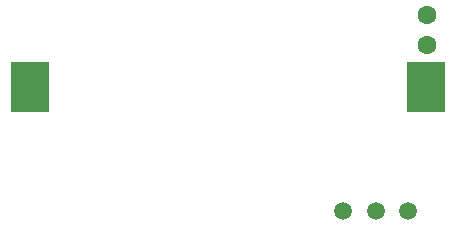
<source format=gbs>
G04 Layer_Color=16711935*
%FSLAX25Y25*%
%MOIN*%
G70*
G01*
G75*
%ADD54C,0.06299*%
%ADD55C,0.05906*%
%ADD57R,0.12598X0.16535*%
D54*
X139700Y60654D02*
D03*
Y70654D02*
D03*
D55*
X111783Y5318D02*
D03*
X122878D02*
D03*
X133553D02*
D03*
D57*
X7404Y46606D02*
D03*
X139648D02*
D03*
M02*

</source>
